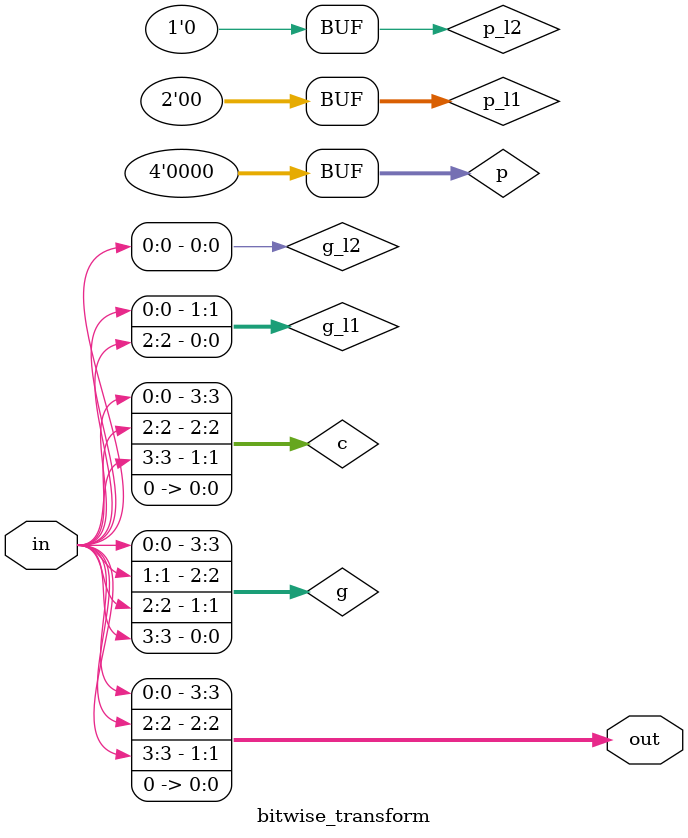
<source format=v>
module bitwise_transform(
    input [3:0] in,
    output [3:0] out
);
    // Brent-Kung adder implementation
    wire [3:0] g, p;  // Generate and propagate signals
    wire [3:0] c;     // Carry signals
    
    // Generate and propagate signals
    assign g[0] = in[3];
    assign p[0] = 1'b0;
    
    assign g[1] = in[2];
    assign p[1] = 1'b0;
    
    assign g[2] = in[1];
    assign p[2] = 1'b0;
    
    assign g[3] = in[0];
    assign p[3] = 1'b0;
    
    // Brent-Kung prefix tree
    // Level 1
    wire [1:0] g_l1, p_l1;
    assign g_l1[0] = g[1] | (p[1] & g[0]);
    assign p_l1[0] = p[1] & p[0];
    
    assign g_l1[1] = g[3] | (p[3] & g[2]);
    assign p_l1[1] = p[3] & p[2];
    
    // Level 2
    wire g_l2, p_l2;
    assign g_l2 = g_l1[1] | (p_l1[1] & g_l1[0]);
    assign p_l2 = p_l1[1] & p_l1[0];
    
    // Carry computation
    assign c[0] = 1'b0;
    assign c[1] = g[0] | (p[0] & c[0]);
    assign c[2] = g_l1[0] | (p_l1[0] & c[0]);
    assign c[3] = g_l2 | (p_l2 & c[0]);
    
    // Output computation
    assign out[0] = c[0];
    assign out[1] = c[1];
    assign out[2] = c[2];
    assign out[3] = c[3];
endmodule
</source>
